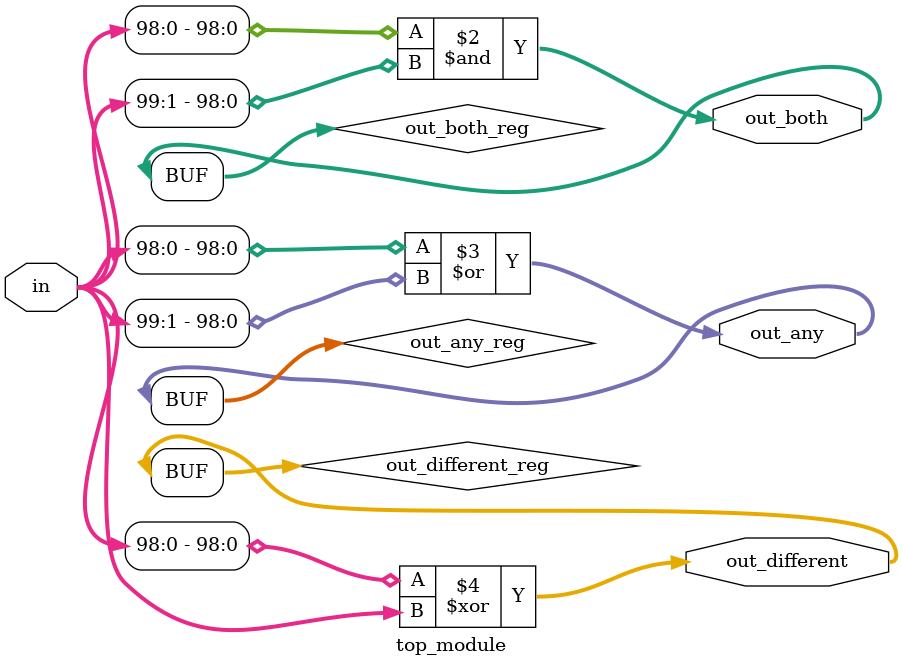
<source format=sv>
module top_module (
    input [99:0] in,
    output [98:0] out_both,
    output [99:1] out_any,
    output [99:0] out_different
);
    reg [98:0] out_both_reg;
    reg [99:1] out_any_reg;
    reg [99:0] out_different_reg;

    always @*
    begin
        out_both_reg = in[98:0] & in[99:1];
        out_any_reg = {in[98], in[97:0]} | {in[99], in[98:1]};
        out_different_reg = in[98:0] ^ {in[99], in[98:0]};
    end

    assign out_both = out_both_reg;
    assign out_any = out_any_reg;
    assign out_different = out_different_reg;

endmodule

</source>
